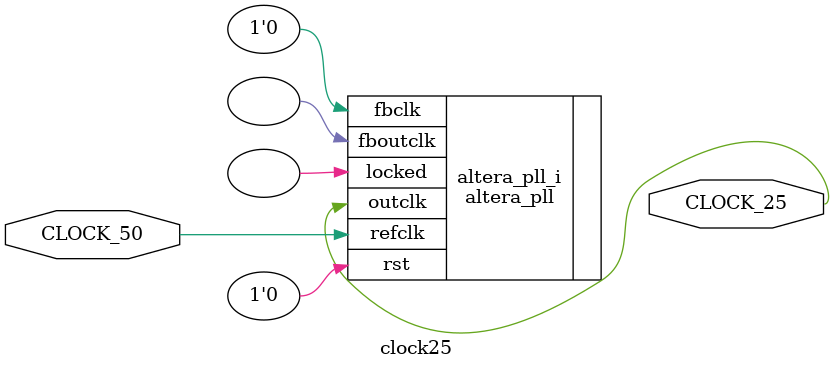
<source format=v>
module clock25 (input CLOCK_50, output CLOCK_25);
`ifndef __ICARUS__
    altera_pll #(
    	.fractional_vco_multiplier("false"),
        .reference_clock_frequency("50.0 MHz"),
        .operation_mode("direct"),
        .number_of_clocks(1),
        .output_clock_frequency0("25.175644 MHz"),
        .phase_shift0("0 ps"),
        .duty_cycle0(50),
        .output_clock_frequency1("0 MHz"),
        .phase_shift1("0 ps"),
        .duty_cycle1(50),
        .output_clock_frequency2("0 MHz"),
        .phase_shift2("0 ps"),
        .duty_cycle2(50),
        .output_clock_frequency3("0 MHz"),
        .phase_shift3("0 ps"),
        .duty_cycle3(50),
        .output_clock_frequency4("0 MHz"),
        .phase_shift4("0 ps"),
        .duty_cycle4(50),
        .output_clock_frequency5("0 MHz"),
        .phase_shift5("0 ps"),
        .duty_cycle5(50),
        .output_clock_frequency6("0 MHz"),
        .phase_shift6("0 ps"),
        .duty_cycle6(50),
        .output_clock_frequency7("0 MHz"),
        .phase_shift7("0 ps"),
        .duty_cycle7(50),
        .output_clock_frequency8("0 MHz"),
        .phase_shift8("0 ps"),
        .duty_cycle8(50),
        .output_clock_frequency9("0 MHz"),
        .phase_shift9("0 ps"),
        .duty_cycle9(50),
        .output_clock_frequency10("0 MHz"),
        .phase_shift10("0 ps"),
        .duty_cycle10(50),
        .output_clock_frequency11("0 MHz"),
        .phase_shift11("0 ps"),
        .duty_cycle11(50),
        .output_clock_frequency12("0 MHz"),
        .phase_shift12("0 ps"),
        .duty_cycle12(50),
        .output_clock_frequency13("0 MHz"),
        .phase_shift13("0 ps"),
        .duty_cycle13(50),
        .output_clock_frequency14("0 MHz"),
        .phase_shift14("0 ps"),
        .duty_cycle14(50),
        .output_clock_frequency15("0 MHz"),
        .phase_shift15("0 ps"),
        .duty_cycle15(50),
        .output_clock_frequency16("0 MHz"),
        .phase_shift16("0 ps"),
        .duty_cycle16(50),
        .output_clock_frequency17("0 MHz"),
        .phase_shift17("0 ps"),
        .duty_cycle17(50),
        .pll_type("General"),
        .pll_subtype("General")
     ) altera_pll_i (
        .rst	(1'b0),
        .outclk	(CLOCK_25),
        .locked	(),
        .fboutclk	( ),
        .fbclk	(1'b0),
        .refclk	(CLOCK_50)
     );
 `else
     reg CLK_25 = 0;
     assign CLOCK_25 = CLK_25;
     always @(posedge CLOCK_50) CLK_25 <= ~CLK_25;
 `endif
endmodule
</source>
